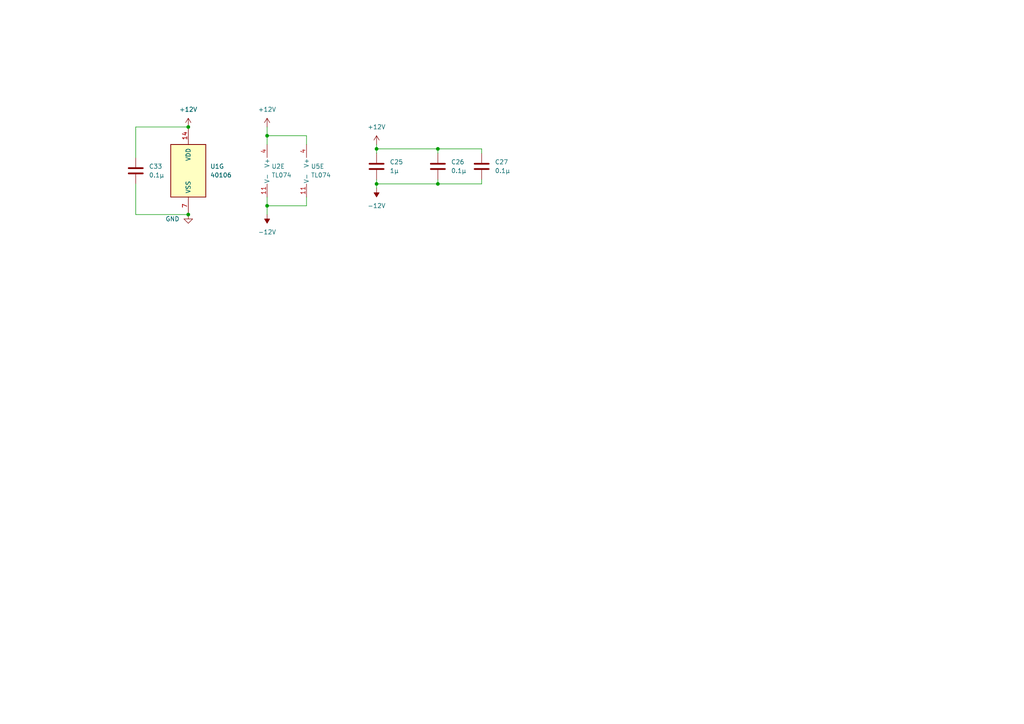
<source format=kicad_sch>
(kicad_sch (version 20231120) (generator "eeschema") (generator_version "8.0")
  (paper "A4")
  (lib_symbols
    (symbol "4xxx:40106" (pin_names (offset 1.016))
      (property "Reference" "U" (at 0 1.27 0))
      (property "Value" "40106" (at 0 -1.27 0))
      (symbol "40106_1_0"
        (polyline (pts (xy -0.635 -1.27) (xy -0.635 1.27) (xy 0.635 1.27)))
        (polyline (pts (xy -3.81 3.81) (xy -3.81 -3.81) (xy 3.81 0) (xy -3.81 3.81)) (stroke (width 0.254)) (fill (type background)))
        (polyline (pts (xy -1.27 -1.27) (xy 0.635 -1.27) (xy 0.635 1.27) (xy 1.27 1.27)))
        (pin input line (at -7.62 0 0) (length 3.81) (name "~") (number "1"))
        (pin output inverted (at 7.62 0 180) (length 3.81) (name "~") (number "2"))
      )
      (symbol "40106_2_0"
        (polyline (pts (xy -0.635 -1.27) (xy -0.635 1.27) (xy 0.635 1.27)))
        (polyline (pts (xy -3.81 3.81) (xy -3.81 -3.81) (xy 3.81 0) (xy -3.81 3.81)) (stroke (width 0.254)) (fill (type background)))
        (polyline (pts (xy -1.27 -1.27) (xy 0.635 -1.27) (xy 0.635 1.27) (xy 1.27 1.27)))
        (pin input line (at -7.62 0 0) (length 3.81) (name "~") (number "3"))
        (pin output inverted (at 7.62 0 180) (length 3.81) (name "~") (number "4"))
      )
      (symbol "40106_3_0"
        (polyline (pts (xy -0.635 -1.27) (xy -0.635 1.27) (xy 0.635 1.27)))
        (polyline (pts (xy -3.81 3.81) (xy -3.81 -3.81) (xy 3.81 0) (xy -3.81 3.81)) (stroke (width 0.254)) (fill (type background)))
        (polyline (pts (xy -1.27 -1.27) (xy 0.635 -1.27) (xy 0.635 1.27) (xy 1.27 1.27)))
        (pin input line (at -7.62 0 0) (length 3.81) (name "~") (number "5"))
        (pin output inverted (at 7.62 0 180) (length 3.81) (name "~") (number "6"))
      )
      (symbol "40106_4_0"
        (polyline (pts (xy -0.635 -1.27) (xy -0.635 1.27) (xy 0.635 1.27)))
        (polyline (pts (xy -3.81 3.81) (xy -3.81 -3.81) (xy 3.81 0) (xy -3.81 3.81)) (stroke (width 0.254)) (fill (type background)))
        (polyline (pts (xy -1.27 -1.27) (xy 0.635 -1.27) (xy 0.635 1.27) (xy 1.27 1.27)))
        (pin output inverted (at 7.62 0 180) (length 3.81) (name "~") (number "8"))
        (pin input line (at -7.62 0 0) (length 3.81) (name "~") (number "9"))
      )
      (symbol "40106_5_0"
        (polyline (pts (xy -0.635 -1.27) (xy -0.635 1.27) (xy 0.635 1.27)))
        (polyline (pts (xy -3.81 3.81) (xy -3.81 -3.81) (xy 3.81 0) (xy -3.81 3.81)) (stroke (width 0.254)) (fill (type background)))
        (polyline (pts (xy -1.27 -1.27) (xy 0.635 -1.27) (xy 0.635 1.27) (xy 1.27 1.27)))
        (pin output inverted (at 7.62 0 180) (length 3.81) (name "~") (number "10"))
        (pin input line (at -7.62 0 0) (length 3.81) (name "~") (number "11"))
      )
      (symbol "40106_6_0"
        (polyline (pts (xy -0.635 -1.27) (xy -0.635 1.27) (xy 0.635 1.27)))
        (polyline (pts (xy -3.81 3.81) (xy -3.81 -3.81) (xy 3.81 0) (xy -3.81 3.81)) (stroke (width 0.254)) (fill (type background)))
        (polyline (pts (xy -1.27 -1.27) (xy 0.635 -1.27) (xy 0.635 1.27) (xy 1.27 1.27)))
        (pin output inverted (at 7.62 0 180) (length 3.81) (name "~") (number "12"))
        (pin input line (at -7.62 0 0) (length 3.81) (name "~") (number "13"))
      )
      (symbol "40106_7_0"
        (pin power_in line (at 0 12.7 270) (length 5.08) (name "VDD") (number "14"))
        (pin power_in line (at 0 -12.7 90) (length 5.08) (name "VSS") (number "7"))
      )
      (symbol "40106_7_1"
        (rectangle (start -5.08 7.62) (end 5.08 -7.62) (stroke (width 0.254)) (fill (type background)))
      )
    )
    (symbol "Amplifier_Operational:TL074" (pin_names (offset 0.127))
      (property "Reference" "U" (at 0 5.08 0))
      (property "Value" "TL074" (at 0 -5.08 0))
      (symbol "TL074_1_1"
        (polyline (pts (xy -5.08 5.08) (xy 5.08 0) (xy -5.08 -5.08) (xy -5.08 5.08)) (stroke (width 0.254)) (fill (type background)))
        (pin output line (at 7.62 0 180) (length 2.54) (name "~") (number "1"))
        (pin input line (at -7.62 -2.54 0) (length 2.54) (name "-") (number "2"))
        (pin input line (at -7.62 2.54 0) (length 2.54) (name "+") (number "3"))
      )
      (symbol "TL074_2_1"
        (polyline (pts (xy -5.08 5.08) (xy 5.08 0) (xy -5.08 -5.08) (xy -5.08 5.08)) (stroke (width 0.254)) (fill (type background)))
        (pin input line (at -7.62 2.54 0) (length 2.54) (name "+") (number "5"))
        (pin input line (at -7.62 -2.54 0) (length 2.54) (name "-") (number "6"))
        (pin output line (at 7.62 0 180) (length 2.54) (name "~") (number "7"))
      )
      (symbol "TL074_3_1"
        (polyline (pts (xy -5.08 5.08) (xy 5.08 0) (xy -5.08 -5.08) (xy -5.08 5.08)) (stroke (width 0.254)) (fill (type background)))
        (pin input line (at -7.62 2.54 0) (length 2.54) (name "+") (number "10"))
        (pin output line (at 7.62 0 180) (length 2.54) (name "~") (number "8"))
        (pin input line (at -7.62 -2.54 0) (length 2.54) (name "-") (number "9"))
      )
      (symbol "TL074_4_1"
        (polyline (pts (xy -5.08 5.08) (xy 5.08 0) (xy -5.08 -5.08) (xy -5.08 5.08)) (stroke (width 0.254)) (fill (type background)))
        (pin input line (at -7.62 2.54 0) (length 2.54) (name "+") (number "12"))
        (pin input line (at -7.62 -2.54 0) (length 2.54) (name "-") (number "13"))
        (pin output line (at 7.62 0 180) (length 2.54) (name "~") (number "14"))
      )
      (symbol "TL074_5_1"
        (pin power_in line (at -2.54 -7.62 90) (length 3.81) (name "V-") (number "11"))
        (pin power_in line (at -2.54 7.62 270) (length 3.81) (name "V+") (number "4"))
      )
    )
    (symbol "Device:C" (pin_numbers hide) (pin_names (offset 0.254))
      (property "Reference" "C" (at 0.635 2.54 0))
      (property "Value" "C" (at 0.635 -2.54 0))
      (symbol "C_0_1"
        (polyline (pts (xy -2.032 -0.762) (xy 2.032 -0.762)) (stroke (width 0.508)))
        (polyline (pts (xy -2.032 0.762) (xy 2.032 0.762)) (stroke (width 0.508)))
      )
      (symbol "C_1_1"
        (pin passive line (at 0 3.81 270) (length 2.794) (name "~") (number "1"))
        (pin passive line (at 0 -3.81 90) (length 2.794) (name "~") (number "2"))
      )
    )
    (symbol "power:+12V" (power) (pin_names (offset 0))
      (property "Value" "+12V" (at 0 3.556 0))
      (symbol "+12V_0_1"
        (polyline (pts (xy -0.762 1.27) (xy 0 2.54)))
        (polyline (pts (xy 0 0) (xy 0 2.54)))
        (polyline (pts (xy 0 2.54) (xy 0.762 1.27)))
      )
      (symbol "+12V_1_1"
        (pin power_in line (at 0 0 90) (length 0) hide (name "+12V") (number "1"))
      )
    )
    (symbol "power:-12V" (power) (pin_names (offset 0))
      (property "Value" "-12V" (at 0 3.81 0))
      (symbol "-12V_0_0"
        (pin power_in line (at 0 0 90) (length 0) hide (name "-12V") (number "1"))
      )
      (symbol "-12V_0_1"
        (polyline (pts (xy 0 0) (xy 0 1.27) (xy 0.762 1.27) (xy 0 2.54) (xy -0.762 1.27) (xy 0 1.27)) (fill (type outline)))
      )
    )
    (symbol "power:GND" (power) (pin_names (offset 0))
      (property "Value" "GND" (at 0 -3.81 0))
      (symbol "GND_0_1"
        (polyline (pts (xy 0 0) (xy 0 -1.27) (xy 1.27 -1.27) (xy 0 -2.54) (xy -1.27 -1.27) (xy 0 -1.27)))
      )
      (symbol "GND_1_1"
        (pin power_in line (at 0 0 270) (length 0) hide (name "GND") (number "1"))
      )
    )
  )
  (junction (at 127 53.34))
  (junction (at 109.22 53.34))
  (junction (at 127 43.18))
  (junction (at 54.61 36.83))
  (junction (at 77.47 59.69))
  (junction (at 54.61 62.23))
  (junction (at 77.47 39.37))
  (junction (at 109.22 43.18))
  (wire (pts (xy 39.37 62.23) (xy 39.37 53.34)))
  (wire (pts (xy 39.37 36.83) (xy 39.37 45.72)))
  (wire (pts (xy 139.7 43.18) (xy 139.7 44.45)))
  (wire (pts (xy 77.47 39.37) (xy 77.47 41.91)))
  (wire (pts (xy 109.22 52.07) (xy 109.22 53.34)))
  (wire (pts (xy 109.22 43.18) (xy 109.22 44.45)))
  (wire (pts (xy 127 43.18) (xy 139.7 43.18)))
  (wire (pts (xy 77.47 36.83) (xy 77.47 39.37)))
  (wire (pts (xy 88.9 57.15) (xy 88.9 59.69)))
  (wire (pts (xy 109.22 53.34) (xy 109.22 54.61)))
  (wire (pts (xy 109.22 41.91) (xy 109.22 43.18)))
  (wire (pts (xy 139.7 53.34) (xy 127 53.34)))
  (wire (pts (xy 88.9 39.37) (xy 88.9 41.91)))
  (wire (pts (xy 77.47 57.15) (xy 77.47 59.69)))
  (wire (pts (xy 127 53.34) (xy 109.22 53.34)))
  (wire (pts (xy 77.47 59.69) (xy 88.9 59.69)))
  (wire (pts (xy 139.7 52.07) (xy 139.7 53.34)))
  (wire (pts (xy 77.47 62.23) (xy 77.47 59.69)))
  (wire (pts (xy 54.61 36.83) (xy 39.37 36.83)))
  (wire (pts (xy 127 43.18) (xy 127 44.45)))
  (wire (pts (xy 109.22 43.18) (xy 127 43.18)))
  (wire (pts (xy 54.61 62.23) (xy 39.37 62.23)))
  (wire (pts (xy 77.47 39.37) (xy 88.9 39.37)))
  (wire (pts (xy 127 52.07) (xy 127 53.34)))
  (symbol (lib_id "power:+12V") (at 109.22 41.91 0) (unit 1)
    (property "Reference" "#PWR018" (effects (hide yes)))
    (property "Value" "+12V" (at 109.22 36.83 0))
  )
  (symbol (lib_id "power:-12V") (at 109.22 54.61 180) (unit 1)
    (property "Reference" "#PWR017" (effects (hide yes)))
    (property "Value" "-12V" (at 109.22 59.69 0))
  )
  (symbol (lib_id "4xxx:40106") (at 54.61 49.53 0) (unit 7)
    (property "Reference" "U1" (at 60.96 48.26 0) (effects (justify left)))
    (property "Value" "40106" (at 60.96 50.8 0) (effects (justify left)))
    (property "Footprint" "Package_DIP:DIP-14_W7.62mm_Socket" (effects (hide yes)))
    (property "Datasheet" "https://assets.nexperia.com/documents/data-sheet/HEF40106B.pdf" (effects (hide yes)))
  )
  (symbol (lib_id "Device:C") (at 109.22 48.26 180) (unit 1)
    (property "Reference" "C25" (at 113.03 46.99 0) (effects (justify right)))
    (property "Value" "1µ" (at 113.03 49.53 0) (effects (justify right)))
    (property "Footprint" "Capacitor_SMD:C_0402_1005Metric_Pad0.74x0.62mm_HandSolder" (effects (hide yes)))
  )
  (symbol (lib_id "power:GND") (at 54.61 62.23 0) (unit 1)
    (property "Reference" "#PWR015" (effects (hide yes)))
    (property "Value" "GND" (at 52.07 63.5001 0) (effects (justify right)))
  )
  (symbol (lib_id "Device:C") (at 39.37 49.53 180) (unit 1)
    (property "Reference" "C33" (at 43.18 48.26 0) (effects (justify right)))
    (property "Value" "0.1µ" (at 43.18 50.8 0) (effects (justify right)))
    (property "Footprint" "Capacitor_SMD:C_0603_1608Metric_Pad1.08x0.95mm_HandSolder" (effects (hide yes)))
  )
  (symbol (lib_id "Amplifier_Operational:TL074") (at 91.44 49.53 0) (unit 5)
    (property "Reference" "U5" (at 90.17 48.26 0) (effects (justify left)))
    (property "Value" "TL074" (at 90.17 50.8 0) (effects (justify left)))
    (property "Footprint" "Package_DIP:DIP-14_W7.62mm_Socket" (effects (hide yes)))
    (property "Datasheet" "http://www.ti.com/lit/ds/symlink/tl071.pdf" (effects (hide yes)))
  )
  (symbol (lib_id "Device:C") (at 127 48.26 180) (unit 1)
    (property "Reference" "C26" (at 130.81 46.99 0) (effects (justify right)))
    (property "Value" "0.1µ" (at 130.81 49.53 0) (effects (justify right)))
    (property "Footprint" "Capacitor_SMD:C_0603_1608Metric_Pad1.08x0.95mm_HandSolder" (effects (hide yes)))
  )
  (symbol (lib_id "power:-12V") (at 77.47 62.23 180) (unit 1)
    (property "Reference" "#PWR016" (effects (hide yes)))
    (property "Value" "-12V" (at 77.47 67.31 0))
  )
  (symbol (lib_id "power:+12V") (at 77.47 36.83 0) (unit 1)
    (property "Reference" "#PWR014" (effects (hide yes)))
    (property "Value" "+12V" (at 77.47 31.75 0))
  )
  (symbol (lib_id "Amplifier_Operational:TL074") (at 80.01 49.53 0) (unit 5)
    (property "Reference" "U2" (at 78.74 48.26 0) (effects (justify left)))
    (property "Value" "TL074" (at 78.74 50.8 0) (effects (justify left)))
    (property "Footprint" "Package_DIP:DIP-14_W7.62mm_Socket" (effects (hide yes)))
    (property "Datasheet" "http://www.ti.com/lit/ds/symlink/tl071.pdf" (effects (hide yes)))
  )
  (symbol (lib_id "Device:C") (at 139.7 48.26 180) (unit 1)
    (property "Reference" "C27" (at 143.51 46.99 0) (effects (justify right)))
    (property "Value" "0.1µ" (at 143.51 49.53 0) (effects (justify right)))
    (property "Footprint" "Capacitor_SMD:C_0603_1608Metric_Pad1.08x0.95mm_HandSolder" (effects (hide yes)))
  )
  (symbol (lib_id "power:+12V") (at 54.61 36.83 0) (unit 1)
    (property "Reference" "#PWR013" (effects (hide yes)))
    (property "Value" "+12V" (at 54.61 31.75 0))
  )
)
</source>
